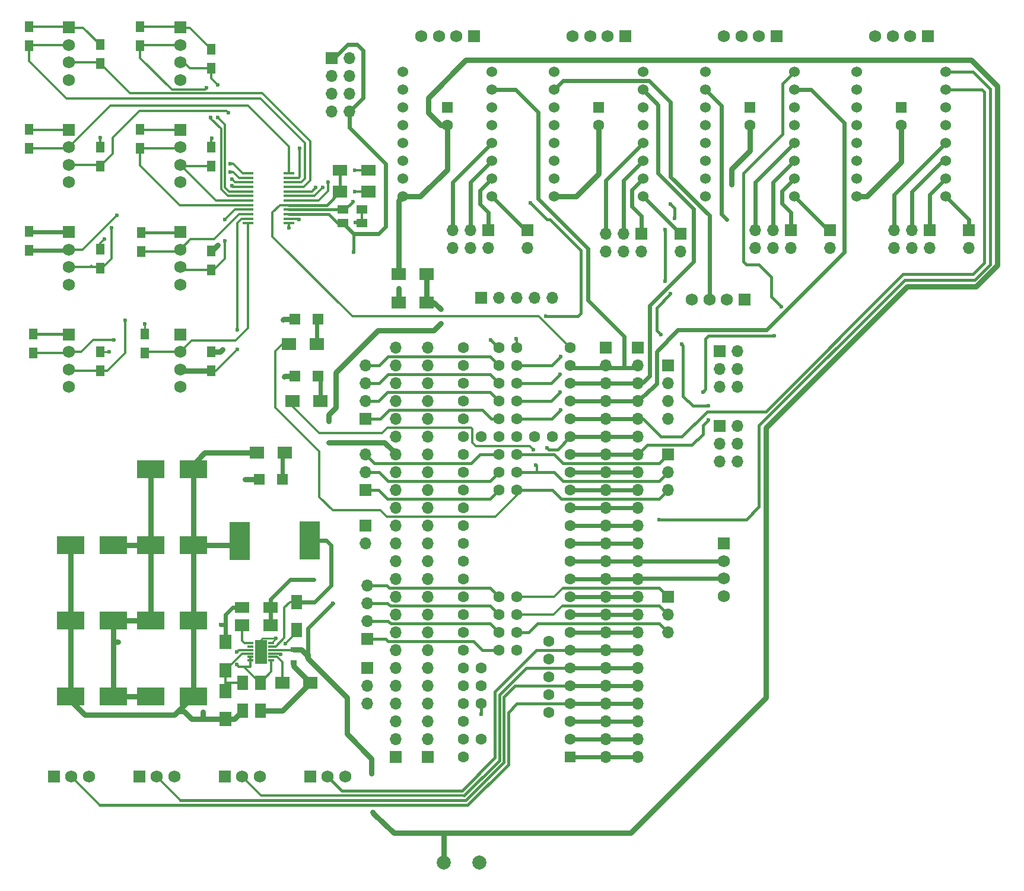
<source format=gbr>
G04 #@! TF.FileFunction,Copper,L1,Top,Signal*
%FSLAX46Y46*%
G04 Gerber Fmt 4.6, Leading zero omitted, Abs format (unit mm)*
G04 Created by KiCad (PCBNEW 4.0.7-e2-6376~61~ubuntu18.04.1) date Fri Mar 15 16:23:44 2019*
%MOMM*%
%LPD*%
G01*
G04 APERTURE LIST*
%ADD10C,0.100000*%
%ADD11R,2.000000X1.600000*%
%ADD12R,1.600000X2.000000*%
%ADD13R,4.000000X2.500000*%
%ADD14R,1.600000X1.600000*%
%ADD15C,1.600000*%
%ADD16R,1.500000X1.500000*%
%ADD17R,1.700000X1.700000*%
%ADD18O,1.700000X1.700000*%
%ADD19R,2.000000X1.700000*%
%ADD20R,1.700000X2.000000*%
%ADD21R,0.914400X0.304800*%
%ADD22R,1.803400X3.403600*%
%ADD23C,1.524000*%
%ADD24R,2.900000X5.400000*%
%ADD25R,3.000000X5.500000*%
%ADD26R,1.300000X1.500000*%
%ADD27R,1.500000X1.300000*%
%ADD28R,1.500000X0.450000*%
%ADD29R,1.750000X1.750000*%
%ADD30C,1.750000*%
%ADD31R,0.900000X0.800000*%
%ADD32C,2.000000*%
%ADD33C,0.600000*%
%ADD34C,0.750000*%
%ADD35C,0.600000*%
%ADD36C,0.250000*%
%ADD37C,0.300000*%
%ADD38C,0.350000*%
%ADD39C,0.400000*%
G04 APERTURE END LIST*
D10*
D11*
X74658500Y-59163500D03*
X78658500Y-59163500D03*
X64688500Y-121520500D03*
X60688500Y-121520500D03*
D12*
X68403500Y-124790500D03*
X68403500Y-120790500D03*
X63260000Y-132284000D03*
X63260000Y-136284000D03*
X60720000Y-136284000D03*
X60720000Y-132284000D03*
D13*
X36143500Y-134220500D03*
X42243500Y-134220500D03*
X53673500Y-123425500D03*
X47573500Y-123425500D03*
X53673500Y-134220500D03*
X47573500Y-134220500D03*
X36143500Y-123425500D03*
X42243500Y-123425500D03*
X36143500Y-112630500D03*
X42243500Y-112630500D03*
X53673500Y-112630500D03*
X47573500Y-112630500D03*
X53673500Y-101835500D03*
X47573500Y-101835500D03*
D14*
X154700000Y-50210000D03*
D15*
X154700000Y-52710000D03*
D14*
X111520000Y-50210000D03*
D15*
X111520000Y-52710000D03*
D14*
X89930000Y-50210000D03*
D15*
X89930000Y-52710000D03*
D14*
X133110000Y-50210000D03*
D15*
X133110000Y-52710000D03*
D16*
X66434000Y-103296000D03*
X63134000Y-103296000D03*
X71514000Y-80436000D03*
X68214000Y-80436000D03*
X71514000Y-88564000D03*
X68214000Y-88564000D03*
D17*
X128792000Y-95676000D03*
D18*
X131332000Y-95676000D03*
X128792000Y-98216000D03*
X131332000Y-98216000D03*
X128792000Y-100756000D03*
X131332000Y-100756000D03*
D17*
X128792000Y-85008000D03*
D18*
X131332000Y-85008000D03*
X128792000Y-87548000D03*
X131332000Y-87548000D03*
X128792000Y-90088000D03*
X131332000Y-90088000D03*
D17*
X78246000Y-109900000D03*
D18*
X78246000Y-112440000D03*
D17*
X94756000Y-77388000D03*
D18*
X97296000Y-77388000D03*
X99836000Y-77388000D03*
X102376000Y-77388000D03*
X104916000Y-77388000D03*
D17*
X78246000Y-104820000D03*
D18*
X78246000Y-102280000D03*
X78246000Y-99740000D03*
D17*
X121426000Y-120060000D03*
D18*
X121426000Y-122600000D03*
X121426000Y-125140000D03*
D17*
X78500000Y-130220000D03*
D18*
X78500000Y-132760000D03*
X78500000Y-135300000D03*
D17*
X78500000Y-126029000D03*
D18*
X78500000Y-123489000D03*
X78500000Y-120949000D03*
X78500000Y-118409000D03*
D17*
X121426000Y-99740000D03*
D18*
X121426000Y-102280000D03*
X121426000Y-104820000D03*
D17*
X78246000Y-94660000D03*
D18*
X78246000Y-92120000D03*
X78246000Y-89580000D03*
X78246000Y-87040000D03*
D17*
X121426000Y-87040000D03*
D18*
X121426000Y-89580000D03*
X121426000Y-92120000D03*
X121426000Y-94660000D03*
D17*
X158764000Y-67736000D03*
D18*
X158764000Y-70276000D03*
X156224000Y-67736000D03*
X156224000Y-70276000D03*
X153684000Y-67736000D03*
X153684000Y-70276000D03*
D17*
X138952000Y-67736000D03*
D18*
X138952000Y-70276000D03*
X136412000Y-67736000D03*
X136412000Y-70276000D03*
X133872000Y-67736000D03*
X133872000Y-70276000D03*
D17*
X117616000Y-68244000D03*
D18*
X117616000Y-70784000D03*
X115076000Y-68244000D03*
X115076000Y-70784000D03*
X112536000Y-68244000D03*
X112536000Y-70784000D03*
D17*
X95772000Y-67736000D03*
D18*
X95772000Y-70276000D03*
X93232000Y-67736000D03*
X93232000Y-70276000D03*
X90692000Y-67736000D03*
X90692000Y-70276000D03*
D17*
X164352000Y-67736000D03*
D18*
X164352000Y-70276000D03*
D17*
X144540000Y-67736000D03*
D18*
X144540000Y-70276000D03*
D17*
X123204000Y-68244000D03*
D18*
X123204000Y-70784000D03*
D17*
X101360000Y-67736000D03*
D18*
X101360000Y-70276000D03*
D19*
X62784000Y-99486000D03*
X66784000Y-99486000D03*
X78658500Y-62211500D03*
X74658500Y-62211500D03*
X60688500Y-124060500D03*
X64688500Y-124060500D03*
X66403500Y-132315500D03*
X70403500Y-132315500D03*
D20*
X58243500Y-137490500D03*
X58243500Y-133490500D03*
X58243500Y-130505500D03*
X58243500Y-126505500D03*
D19*
X67356000Y-83992000D03*
X71356000Y-83992000D03*
X67864000Y-92120000D03*
X71864000Y-92120000D03*
D21*
X64822100Y-129120500D03*
X64822100Y-128620500D03*
X64822100Y-128120500D03*
X64822100Y-127620500D03*
X64822100Y-127120500D03*
X64822100Y-126620500D03*
X61824900Y-126620500D03*
X61824900Y-127120500D03*
X61824900Y-127620500D03*
X61824900Y-128120500D03*
X61824900Y-128620500D03*
X61824900Y-129120500D03*
D22*
X63323500Y-127870500D03*
D15*
X107456000Y-102280000D03*
X107456000Y-99740000D03*
X107456000Y-97200000D03*
X107456000Y-94660000D03*
X107456000Y-104820000D03*
X107456000Y-107360000D03*
X107456000Y-109900000D03*
X107456000Y-92120000D03*
X107456000Y-89580000D03*
X107456000Y-87040000D03*
X107456000Y-84500000D03*
X104916000Y-97200000D03*
X102376000Y-97200000D03*
X99836000Y-97200000D03*
X97296000Y-97200000D03*
X94756000Y-97200000D03*
X92216000Y-84500000D03*
X92216000Y-87040000D03*
X92216000Y-89580000D03*
X92216000Y-92120000D03*
X92216000Y-94660000D03*
X92216000Y-97200000D03*
X92216000Y-99740000D03*
X92216000Y-102280000D03*
X107456000Y-112440000D03*
X107456000Y-114980000D03*
X107456000Y-117520000D03*
X107456000Y-120060000D03*
X107456000Y-122600000D03*
X107456000Y-125140000D03*
X107456000Y-127680000D03*
X107456000Y-130220000D03*
X107456000Y-132760000D03*
X107456000Y-135300000D03*
X107456000Y-137840000D03*
X107456000Y-140380000D03*
D14*
X107456000Y-142920000D03*
D15*
X92216000Y-104820000D03*
X92216000Y-107360000D03*
X92216000Y-109900000D03*
X92216000Y-112440000D03*
X92216000Y-114980000D03*
X92216000Y-117520000D03*
X92216000Y-120060000D03*
X92216000Y-122600000D03*
X92216000Y-125140000D03*
X92216000Y-127680000D03*
X92216000Y-130220000D03*
X92216000Y-132760000D03*
X92216000Y-135300000D03*
X92216000Y-137840000D03*
X92216000Y-140380000D03*
X92216000Y-142920000D03*
X94756000Y-140380000D03*
X94756000Y-135300000D03*
X94756000Y-132760000D03*
X94756000Y-130220000D03*
X99836000Y-127680000D03*
X99836000Y-125140000D03*
X99836000Y-122600000D03*
X99836000Y-120060000D03*
X99836000Y-104820000D03*
X99836000Y-102280000D03*
X99836000Y-99740000D03*
X99836000Y-94660000D03*
X99836000Y-92120000D03*
X99836000Y-89580000D03*
X99836000Y-87040000D03*
X99836000Y-84500000D03*
X97296000Y-84500000D03*
X97296000Y-87040000D03*
X97296000Y-89580000D03*
X97296000Y-92120000D03*
X97296000Y-94660000D03*
X97296000Y-99740000D03*
X97296000Y-102280000D03*
X97296000Y-104820000D03*
X97296000Y-120060000D03*
X97296000Y-122600000D03*
X97296000Y-125140000D03*
X97296000Y-127680000D03*
X104456000Y-136570000D03*
X104456000Y-134030000D03*
X104456000Y-131490000D03*
X104456000Y-128950000D03*
X104456000Y-126410000D03*
D23*
X161050000Y-62910000D03*
X148350000Y-45130000D03*
X161050000Y-60370000D03*
X161050000Y-57830000D03*
X161050000Y-55290000D03*
X161050000Y-52750000D03*
X161050000Y-50210000D03*
X161050000Y-47670000D03*
X161050000Y-45130000D03*
X148350000Y-47670000D03*
X148350000Y-50210000D03*
X148350000Y-52750000D03*
X148350000Y-55290000D03*
X148350000Y-57830000D03*
X148350000Y-60370000D03*
X148350000Y-62910000D03*
X139460000Y-62910000D03*
X126760000Y-45130000D03*
X139460000Y-60370000D03*
X139460000Y-57830000D03*
X139460000Y-55290000D03*
X139460000Y-52750000D03*
X139460000Y-50210000D03*
X139460000Y-47670000D03*
X139460000Y-45130000D03*
X126760000Y-47670000D03*
X126760000Y-50210000D03*
X126760000Y-52750000D03*
X126760000Y-55290000D03*
X126760000Y-57830000D03*
X126760000Y-60370000D03*
X126760000Y-62910000D03*
X117870000Y-62910000D03*
X105170000Y-45130000D03*
X117870000Y-60370000D03*
X117870000Y-57830000D03*
X117870000Y-55290000D03*
X117870000Y-52750000D03*
X117870000Y-50210000D03*
X117870000Y-47670000D03*
X117870000Y-45130000D03*
X105170000Y-47670000D03*
X105170000Y-50210000D03*
X105170000Y-52750000D03*
X105170000Y-55290000D03*
X105170000Y-57830000D03*
X105170000Y-60370000D03*
X105170000Y-62910000D03*
X96280000Y-62910000D03*
X83580000Y-45130000D03*
X96280000Y-60370000D03*
X96280000Y-57830000D03*
X96280000Y-55290000D03*
X96280000Y-52750000D03*
X96280000Y-50210000D03*
X96280000Y-47670000D03*
X96280000Y-45130000D03*
X83580000Y-47670000D03*
X83580000Y-50210000D03*
X83580000Y-52750000D03*
X83580000Y-55290000D03*
X83580000Y-57830000D03*
X83580000Y-60370000D03*
X83580000Y-62910000D03*
D17*
X87136000Y-142920000D03*
D18*
X87136000Y-140380000D03*
X87136000Y-137840000D03*
X87136000Y-135300000D03*
X87136000Y-132760000D03*
X87136000Y-130220000D03*
X87136000Y-127680000D03*
X87136000Y-125140000D03*
X87136000Y-122600000D03*
X87136000Y-120060000D03*
X87136000Y-117520000D03*
X87136000Y-114980000D03*
X87136000Y-112440000D03*
X87136000Y-109900000D03*
X87136000Y-107360000D03*
X87136000Y-104820000D03*
X87136000Y-102280000D03*
X87136000Y-99740000D03*
X87136000Y-97200000D03*
X87136000Y-94660000D03*
X87136000Y-92120000D03*
X87136000Y-89580000D03*
X87136000Y-87040000D03*
X87136000Y-84500000D03*
D17*
X82564000Y-142920000D03*
D18*
X82564000Y-140380000D03*
X82564000Y-137840000D03*
X82564000Y-135300000D03*
X82564000Y-132760000D03*
X82564000Y-130220000D03*
X82564000Y-127680000D03*
X82564000Y-125140000D03*
X82564000Y-122600000D03*
X82564000Y-120060000D03*
X82564000Y-117520000D03*
X82564000Y-114980000D03*
X82564000Y-112440000D03*
X82564000Y-109900000D03*
X82564000Y-107360000D03*
X82564000Y-104820000D03*
X82564000Y-102280000D03*
X82564000Y-99740000D03*
X82564000Y-97200000D03*
X82564000Y-94660000D03*
X82564000Y-92120000D03*
X82564000Y-89580000D03*
X82564000Y-87040000D03*
X82564000Y-84500000D03*
D17*
X117108000Y-84500000D03*
D18*
X117108000Y-87040000D03*
X117108000Y-89580000D03*
X117108000Y-92120000D03*
X117108000Y-94660000D03*
X117108000Y-97200000D03*
X117108000Y-99740000D03*
X117108000Y-102280000D03*
X117108000Y-104820000D03*
X117108000Y-107360000D03*
X117108000Y-109900000D03*
X117108000Y-112440000D03*
X117108000Y-114980000D03*
X117108000Y-117520000D03*
X117108000Y-120060000D03*
X117108000Y-122600000D03*
X117108000Y-125140000D03*
X117108000Y-127680000D03*
X117108000Y-130220000D03*
X117108000Y-132760000D03*
X117108000Y-135300000D03*
X117108000Y-137840000D03*
X117108000Y-140380000D03*
X117108000Y-142920000D03*
D17*
X112536000Y-84500000D03*
D18*
X112536000Y-87040000D03*
X112536000Y-89580000D03*
X112536000Y-92120000D03*
X112536000Y-94660000D03*
X112536000Y-97200000D03*
X112536000Y-99740000D03*
X112536000Y-102280000D03*
X112536000Y-104820000D03*
X112536000Y-107360000D03*
X112536000Y-109900000D03*
X112536000Y-112440000D03*
X112536000Y-114980000D03*
X112536000Y-117520000D03*
X112536000Y-120060000D03*
X112536000Y-122600000D03*
X112536000Y-125140000D03*
X112536000Y-127680000D03*
X112536000Y-130220000D03*
X112536000Y-132760000D03*
X112536000Y-135300000D03*
X112536000Y-137840000D03*
X112536000Y-140380000D03*
X112536000Y-142920000D03*
D24*
X70308500Y-111995500D03*
D25*
X60300900Y-112045500D03*
D26*
X46750000Y-82515000D03*
X46750000Y-85215000D03*
X56275000Y-85055000D03*
X56275000Y-87755000D03*
X46242000Y-68037000D03*
X46242000Y-70737000D03*
X56211500Y-70704000D03*
X56211500Y-73404000D03*
X46115000Y-53305000D03*
X46115000Y-56005000D03*
X56275000Y-55845000D03*
X56275000Y-58545000D03*
X46115000Y-38700000D03*
X46115000Y-41400000D03*
X56275000Y-41875000D03*
X56275000Y-44575000D03*
X30875000Y-82515000D03*
X30875000Y-85215000D03*
X40400000Y-85055000D03*
X40400000Y-87755000D03*
X30240000Y-67910000D03*
X30240000Y-70610000D03*
X40400000Y-70450000D03*
X40400000Y-73150000D03*
X30240000Y-53305000D03*
X30240000Y-56005000D03*
X40400000Y-55845000D03*
X40400000Y-58545000D03*
X30240000Y-38700000D03*
X30240000Y-41400000D03*
X40400000Y-41240000D03*
X40400000Y-43940000D03*
D27*
X75054500Y-66656500D03*
X77754500Y-66656500D03*
X75054500Y-64751500D03*
X77754500Y-64751500D03*
D28*
X67324000Y-66720000D03*
X67324000Y-66070000D03*
X67324000Y-65420000D03*
X67324000Y-64770000D03*
X67324000Y-64120000D03*
X67324000Y-63470000D03*
X67324000Y-62820000D03*
X67324000Y-62170000D03*
X67324000Y-61520000D03*
X67324000Y-60870000D03*
X67324000Y-60220000D03*
X67324000Y-59570000D03*
X61524000Y-59570000D03*
X61524000Y-60220000D03*
X61524000Y-60870000D03*
X61524000Y-61520000D03*
X61524000Y-62170000D03*
X61524000Y-62820000D03*
X61524000Y-63470000D03*
X61524000Y-64120000D03*
X61524000Y-64770000D03*
X61524000Y-65420000D03*
X61524000Y-66070000D03*
X61524000Y-66720000D03*
D29*
X33796000Y-145714000D03*
D30*
X36296000Y-145714000D03*
X38796000Y-145714000D03*
D29*
X45988000Y-145714000D03*
D30*
X48488000Y-145714000D03*
X50988000Y-145714000D03*
D29*
X58180000Y-145714000D03*
D30*
X60680000Y-145714000D03*
X63180000Y-145714000D03*
D29*
X132348000Y-77642000D03*
D30*
X129848000Y-77642000D03*
X127348000Y-77642000D03*
X124848000Y-77642000D03*
D29*
X70372000Y-145714000D03*
D30*
X72872000Y-145714000D03*
X75372000Y-145714000D03*
D29*
X35955000Y-38780000D03*
D30*
X35955000Y-41280000D03*
X35955000Y-43780000D03*
X35955000Y-46280000D03*
D29*
X35955000Y-53385000D03*
D30*
X35955000Y-55885000D03*
X35955000Y-58385000D03*
X35955000Y-60885000D03*
D29*
X35955000Y-67990000D03*
D30*
X35955000Y-70490000D03*
X35955000Y-72990000D03*
X35955000Y-75490000D03*
D29*
X35955000Y-82595000D03*
D30*
X35955000Y-85095000D03*
X35955000Y-87595000D03*
X35955000Y-90095000D03*
D29*
X51830000Y-82595000D03*
D30*
X51830000Y-85095000D03*
X51830000Y-87595000D03*
X51830000Y-90095000D03*
D29*
X51830000Y-67990000D03*
D30*
X51830000Y-70490000D03*
X51830000Y-72990000D03*
X51830000Y-75490000D03*
D29*
X51830000Y-53385000D03*
D30*
X51830000Y-55885000D03*
X51830000Y-58385000D03*
X51830000Y-60885000D03*
D29*
X51830000Y-38780000D03*
D30*
X51830000Y-41280000D03*
X51830000Y-43780000D03*
X51830000Y-46280000D03*
D29*
X129427000Y-112440000D03*
D30*
X129427000Y-114940000D03*
X129427000Y-117440000D03*
X129427000Y-119940000D03*
D17*
X73420000Y-43161500D03*
D18*
X75960000Y-43161500D03*
X73420000Y-45701500D03*
X75960000Y-45701500D03*
X73420000Y-48241500D03*
X75960000Y-48241500D03*
X73420000Y-50781500D03*
X75960000Y-50781500D03*
D29*
X158510000Y-40050000D03*
D30*
X156010000Y-40050000D03*
X153510000Y-40050000D03*
X151010000Y-40050000D03*
D29*
X136920000Y-40050000D03*
D30*
X134420000Y-40050000D03*
X131920000Y-40050000D03*
X129420000Y-40050000D03*
D29*
X115330000Y-40050000D03*
D30*
X112830000Y-40050000D03*
X110330000Y-40050000D03*
X107830000Y-40050000D03*
D29*
X93740000Y-40050000D03*
D30*
X91240000Y-40050000D03*
X88740000Y-40050000D03*
X86240000Y-40050000D03*
D31*
X68038500Y-127555500D03*
X68038500Y-129455500D03*
X70038500Y-128505500D03*
D19*
X83000000Y-74000000D03*
X87000000Y-74000000D03*
X87000000Y-78000000D03*
X83000000Y-78000000D03*
D32*
X89460000Y-158000000D03*
X94540000Y-158000000D03*
D33*
X83000000Y-76000000D03*
X57600000Y-124000000D03*
X65500000Y-126000000D03*
X99800000Y-83200000D03*
X43000000Y-126500000D03*
X76700000Y-59200000D03*
X68800000Y-66200000D03*
X66500000Y-80500000D03*
X66700000Y-88600000D03*
X61100000Y-103300000D03*
X67659500Y-135059500D03*
X96100000Y-83400000D03*
X41000000Y-69000000D03*
X46800000Y-81100000D03*
X41700000Y-85100000D03*
X76800000Y-66600000D03*
X76700000Y-62200000D03*
X40400000Y-54500000D03*
X56300000Y-54600000D03*
X67300000Y-67400000D03*
X57200000Y-69800000D03*
X57900000Y-84700000D03*
X55100000Y-136500000D03*
X58688000Y-50972000D03*
X68848000Y-56052000D03*
X59000000Y-58200000D03*
X42000000Y-67400000D03*
X59000000Y-59400000D03*
X42800000Y-65600000D03*
X59200000Y-60400000D03*
X44000000Y-80600000D03*
X42400000Y-83400000D03*
X59200000Y-61400000D03*
X57200000Y-47000000D03*
X57200000Y-51600000D03*
X55600000Y-47400000D03*
X56200000Y-51600000D03*
X58180000Y-69260000D03*
X58180000Y-66212000D03*
X59958000Y-84754000D03*
X59958000Y-81960000D03*
X130500000Y-61200000D03*
X73600000Y-121000000D03*
X70900000Y-117600000D03*
X79262000Y-150794000D03*
X79135000Y-145269500D03*
X66816000Y-126727500D03*
X66181000Y-128251500D03*
X59894500Y-129712000D03*
X59894500Y-127934000D03*
X76600000Y-70800000D03*
X106059000Y-88310000D03*
X106122500Y-85770000D03*
X106059000Y-90850000D03*
X71134000Y-61640000D03*
X72150000Y-61640000D03*
X72912000Y-60878000D03*
X73000000Y-98000000D03*
X73000000Y-95000000D03*
X89000000Y-81000000D03*
X89000000Y-79000000D03*
X76468000Y-63608500D03*
X101800000Y-63800000D03*
X104200000Y-98800000D03*
X104000000Y-80000000D03*
X127200000Y-94800000D03*
X127200000Y-92800000D03*
X121800000Y-64000000D03*
X122400000Y-66000000D03*
X121000000Y-67600000D03*
X121000000Y-75000000D03*
X121800000Y-76800000D03*
X120400000Y-82600000D03*
X123400000Y-84000000D03*
X137600000Y-78600000D03*
X136600000Y-82800000D03*
X126400000Y-90800000D03*
X120200000Y-109000000D03*
X94756000Y-136760500D03*
X102200000Y-99000000D03*
X102600000Y-101200000D03*
X106122500Y-93390000D03*
X129808000Y-66212000D03*
D34*
X83000000Y-78000000D02*
X83000000Y-76000000D01*
D35*
X58243500Y-124000000D02*
X57600000Y-124000000D01*
X60688500Y-121520500D02*
X59279500Y-121520500D01*
X58243500Y-122556500D02*
X58243500Y-124000000D01*
X58243500Y-124000000D02*
X58243500Y-126505500D01*
X59279500Y-121520500D02*
X58243500Y-122556500D01*
D36*
X63323500Y-127870500D02*
X63323500Y-126176500D01*
X63323500Y-126176500D02*
X63500000Y-126000000D01*
X63500000Y-126000000D02*
X65500000Y-126000000D01*
X64822100Y-126620500D02*
X64879500Y-126620500D01*
X64879500Y-126620500D02*
X65500000Y-126000000D01*
D37*
X99836000Y-84500000D02*
X99836000Y-83236000D01*
X99836000Y-83236000D02*
X99800000Y-83200000D01*
D34*
X42243500Y-126500000D02*
X43000000Y-126500000D01*
D38*
X78658500Y-59163500D02*
X76736500Y-59163500D01*
X76736500Y-59163500D02*
X76700000Y-59200000D01*
X67324000Y-66070000D02*
X68670000Y-66070000D01*
X68670000Y-66070000D02*
X68800000Y-66200000D01*
D34*
X68214000Y-80436000D02*
X66564000Y-80436000D01*
X66564000Y-80436000D02*
X66500000Y-80500000D01*
X68214000Y-88564000D02*
X66736000Y-88564000D01*
X66736000Y-88564000D02*
X66700000Y-88600000D01*
X63134000Y-103296000D02*
X61104000Y-103296000D01*
X61104000Y-103296000D02*
X61100000Y-103300000D01*
X42243500Y-112630500D02*
X47573500Y-112630500D01*
X47573500Y-112630500D02*
X47573500Y-101835500D01*
X47573500Y-123425500D02*
X47573500Y-112630500D01*
X47573500Y-123425500D02*
X42243500Y-123425500D01*
X42243500Y-134220500D02*
X42243500Y-126500000D01*
X42243500Y-126500000D02*
X42243500Y-123425500D01*
X47573500Y-134220500D02*
X42243500Y-134220500D01*
X63260000Y-136284000D02*
X66435000Y-136284000D01*
X66435000Y-136284000D02*
X67659500Y-135059500D01*
X67659500Y-135059500D02*
X70403500Y-132315500D01*
X68038500Y-129455500D02*
X68038500Y-129950500D01*
X68038500Y-129950500D02*
X70403500Y-132315500D01*
D35*
X117108000Y-142920000D02*
X107456000Y-142920000D01*
X35955000Y-67990000D02*
X30320000Y-67990000D01*
X30320000Y-67990000D02*
X30240000Y-67910000D01*
X36143500Y-134220500D02*
X36143500Y-123425500D01*
D39*
X97296000Y-84500000D02*
X97200000Y-84500000D01*
X97200000Y-84500000D02*
X96100000Y-83400000D01*
X46242000Y-68037000D02*
X51783000Y-68037000D01*
X51783000Y-68037000D02*
X51830000Y-67990000D01*
D38*
X40400000Y-70450000D02*
X40400000Y-69600000D01*
X40400000Y-69600000D02*
X41000000Y-69000000D01*
D39*
X30240000Y-67910000D02*
X35875000Y-67910000D01*
X35875000Y-67910000D02*
X35955000Y-67990000D01*
X30875000Y-82515000D02*
X35875000Y-82515000D01*
X35875000Y-82515000D02*
X35955000Y-82595000D01*
D36*
X46750000Y-82515000D02*
X46750000Y-81150000D01*
X46750000Y-81150000D02*
X46800000Y-81100000D01*
X40400000Y-85055000D02*
X41655000Y-85055000D01*
X41655000Y-85055000D02*
X41700000Y-85100000D01*
D37*
X97296000Y-84500000D02*
X96800000Y-84500000D01*
X77754500Y-64751500D02*
X77754500Y-66656500D01*
X77754500Y-66656500D02*
X76856500Y-66656500D01*
X76856500Y-66656500D02*
X76800000Y-66600000D01*
D38*
X78658500Y-62211500D02*
X76711500Y-62211500D01*
X76711500Y-62211500D02*
X76700000Y-62200000D01*
X46115000Y-38700000D02*
X51750000Y-38700000D01*
X51750000Y-38700000D02*
X51850000Y-38800000D01*
X51850000Y-38800000D02*
X53200000Y-38800000D01*
X53200000Y-38800000D02*
X56275000Y-41875000D01*
X30240000Y-38700000D02*
X35875000Y-38700000D01*
X35875000Y-38700000D02*
X35975000Y-38800000D01*
X35975000Y-38800000D02*
X37960000Y-38800000D01*
X37960000Y-38800000D02*
X40400000Y-41240000D01*
X35955000Y-53385000D02*
X30320000Y-53385000D01*
X30320000Y-53385000D02*
X30240000Y-53305000D01*
X40400000Y-55845000D02*
X40400000Y-54500000D01*
X35875000Y-53305000D02*
X35955000Y-53385000D01*
X51830000Y-53385000D02*
X49400000Y-53385000D01*
X49400000Y-53385000D02*
X46195000Y-53385000D01*
X46195000Y-53385000D02*
X46115000Y-53305000D01*
X56275000Y-55845000D02*
X56275000Y-54625000D01*
X56275000Y-54625000D02*
X56300000Y-54600000D01*
X67324000Y-66720000D02*
X67324000Y-67376000D01*
X67324000Y-67376000D02*
X67300000Y-67400000D01*
D34*
X56211500Y-70704000D02*
X56296000Y-70704000D01*
X56296000Y-70704000D02*
X57200000Y-69800000D01*
X56275000Y-85055000D02*
X57545000Y-85055000D01*
X57545000Y-85055000D02*
X57900000Y-84700000D01*
X53673500Y-101835500D02*
X53673500Y-101126500D01*
X53673500Y-101126500D02*
X55314000Y-99486000D01*
X55314000Y-99486000D02*
X62784000Y-99486000D01*
X53673500Y-112630500D02*
X59715900Y-112630500D01*
X59715900Y-112630500D02*
X60300900Y-112045500D01*
X55100000Y-137490500D02*
X55100000Y-136500000D01*
X58243500Y-137490500D02*
X59513500Y-137490500D01*
X59513500Y-137490500D02*
X60720000Y-136284000D01*
X51497000Y-136397000D02*
X52397000Y-136397000D01*
X52397000Y-136397000D02*
X53490500Y-137490500D01*
X53490500Y-137490500D02*
X55100000Y-137490500D01*
X55100000Y-137490500D02*
X58243500Y-137490500D01*
X36143500Y-134220500D02*
X36143500Y-134843500D01*
X36143500Y-134843500D02*
X38200000Y-136900000D01*
X50994000Y-136900000D02*
X51497000Y-136397000D01*
X51497000Y-136397000D02*
X53673500Y-134220500D01*
X38200000Y-136900000D02*
X50994000Y-136900000D01*
X36143500Y-112630500D02*
X36143500Y-134220500D01*
X53673500Y-134220500D02*
X53673500Y-123425500D01*
X53673500Y-123425500D02*
X53673500Y-112630500D01*
X53673500Y-112630500D02*
X53673500Y-101835500D01*
D35*
X107456000Y-107360000D02*
X112536000Y-107360000D01*
X112536000Y-107360000D02*
X117108000Y-107360000D01*
D36*
X51750000Y-82515000D02*
X51830000Y-82595000D01*
X51750000Y-67910000D02*
X51830000Y-67990000D01*
X35875000Y-82515000D02*
X35955000Y-82595000D01*
X35875000Y-67910000D02*
X35955000Y-67990000D01*
X35875000Y-53305000D02*
X35955000Y-53385000D01*
X35875000Y-38700000D02*
X35955000Y-38780000D01*
X51750000Y-53305000D02*
X51830000Y-53385000D01*
X51750000Y-53305000D02*
X51830000Y-53385000D01*
X51750000Y-38700000D02*
X51830000Y-38780000D01*
D35*
X117108000Y-92120000D02*
X112536000Y-92120000D01*
X112536000Y-92120000D02*
X107456000Y-92120000D01*
X139460000Y-47670000D02*
X141873000Y-47670000D01*
X119838500Y-89643500D02*
X117108000Y-92120000D01*
X119838500Y-85071500D02*
X119838500Y-89643500D01*
X122759500Y-81896500D02*
X119838500Y-85071500D01*
X135523000Y-81896500D02*
X122759500Y-81896500D01*
X146572000Y-70847500D02*
X135523000Y-81896500D01*
X146572000Y-52369000D02*
X146572000Y-70847500D01*
X141873000Y-47670000D02*
X146572000Y-52369000D01*
D36*
X117108000Y-89580000D02*
X117743000Y-89580000D01*
D35*
X117743000Y-89580000D02*
X118822500Y-88500500D01*
X120029000Y-49829000D02*
X117870000Y-47670000D01*
X120029000Y-59608000D02*
X120029000Y-49829000D01*
X125109000Y-64688000D02*
X120029000Y-59608000D01*
X125109000Y-72181000D02*
X125109000Y-64688000D01*
X118822500Y-78467500D02*
X125109000Y-72181000D01*
X118822500Y-88500500D02*
X118822500Y-78467500D01*
X112536000Y-89580000D02*
X117108000Y-89580000D01*
X107456000Y-89580000D02*
X112536000Y-89580000D01*
X107456000Y-120060000D02*
X112536000Y-120060000D01*
X107456000Y-120060000D02*
X117108000Y-120060000D01*
X107456000Y-122600000D02*
X112536000Y-122600000D01*
X107456000Y-122600000D02*
X117108000Y-122600000D01*
X112536000Y-125140000D02*
X117108000Y-125140000D01*
X107456000Y-125140000D02*
X112536000Y-125140000D01*
X70308500Y-111995500D02*
X72658000Y-111995500D01*
X70975000Y-120790500D02*
X68403500Y-120790500D01*
X73356500Y-118409000D02*
X70975000Y-120790500D01*
X73356500Y-112694000D02*
X73356500Y-118409000D01*
X72658000Y-111995500D02*
X73356500Y-112694000D01*
D37*
X64822100Y-127120500D02*
X65470500Y-127120500D01*
X67482500Y-120790500D02*
X68403500Y-120790500D01*
X66689000Y-121584000D02*
X67482500Y-120790500D01*
X66689000Y-125902000D02*
X66689000Y-121584000D01*
X65470500Y-127120500D02*
X66689000Y-125902000D01*
D38*
X67324000Y-61520000D02*
X69476000Y-61520000D01*
X44638000Y-48178000D02*
X40240000Y-43780000D01*
X63514000Y-48178000D02*
X44638000Y-48178000D01*
X70372000Y-55036000D02*
X63514000Y-48178000D01*
X70372000Y-60624000D02*
X70372000Y-55036000D01*
X69476000Y-61520000D02*
X70372000Y-60624000D01*
X40240000Y-43780000D02*
X35955000Y-43780000D01*
D36*
X36115000Y-43940000D02*
X35955000Y-43780000D01*
D38*
X35955000Y-41280000D02*
X30360000Y-41280000D01*
X30360000Y-41280000D02*
X30240000Y-41400000D01*
X67324000Y-60870000D02*
X69110000Y-60870000D01*
X30240000Y-43606000D02*
X30240000Y-41400000D01*
X35574000Y-48940000D02*
X30240000Y-43606000D01*
X63260000Y-48940000D02*
X35574000Y-48940000D01*
X69610000Y-55290000D02*
X63260000Y-48940000D01*
X69610000Y-60370000D02*
X69610000Y-55290000D01*
X69110000Y-60870000D02*
X69610000Y-60370000D01*
D36*
X35835000Y-41400000D02*
X35955000Y-41280000D01*
D38*
X67324000Y-60220000D02*
X68744000Y-60220000D01*
X42178000Y-56767000D02*
X40560000Y-58385000D01*
X42178000Y-54528000D02*
X42178000Y-56767000D01*
X45988000Y-50718000D02*
X42178000Y-54528000D01*
X58434000Y-50718000D02*
X45988000Y-50718000D01*
X58688000Y-50972000D02*
X58434000Y-50718000D01*
X68848000Y-60116000D02*
X68848000Y-56052000D01*
X68744000Y-60220000D02*
X68848000Y-60116000D01*
X40560000Y-58385000D02*
X35955000Y-58385000D01*
D36*
X40607000Y-58545000D02*
X40400000Y-58545000D01*
X36115000Y-58545000D02*
X35955000Y-58385000D01*
D38*
X30240000Y-56005000D02*
X35835000Y-56005000D01*
X35835000Y-56005000D02*
X35955000Y-55885000D01*
X67324000Y-59570000D02*
X67324000Y-55798000D01*
X41884000Y-49956000D02*
X35955000Y-55885000D01*
X61482000Y-49956000D02*
X41884000Y-49956000D01*
X67324000Y-55798000D02*
X61482000Y-49956000D01*
D36*
X35835000Y-56005000D02*
X35955000Y-55885000D01*
D38*
X59400000Y-58200000D02*
X60770000Y-59570000D01*
X61524000Y-59570000D02*
X60770000Y-59570000D01*
X59000000Y-58200000D02*
X59400000Y-58200000D01*
X42000000Y-71800000D02*
X40650000Y-73150000D01*
X42000000Y-67400000D02*
X42000000Y-71800000D01*
X40650000Y-73150000D02*
X40400000Y-73150000D01*
X39130000Y-72990000D02*
X39130000Y-72816000D01*
X39130000Y-72816000D02*
X39130000Y-72990000D01*
X40560000Y-72990000D02*
X39130000Y-72990000D01*
X39130000Y-72990000D02*
X35955000Y-72990000D01*
D36*
X36115000Y-73150000D02*
X35955000Y-72990000D01*
D38*
X37910000Y-70490000D02*
X35955000Y-70490000D01*
X60220000Y-60220000D02*
X59400000Y-59400000D01*
X59400000Y-59400000D02*
X59000000Y-59400000D01*
X61524000Y-60220000D02*
X60220000Y-60220000D01*
X42800000Y-65600000D02*
X37910000Y-70490000D01*
D35*
X30240000Y-70610000D02*
X35835000Y-70610000D01*
X35835000Y-70610000D02*
X35955000Y-70490000D01*
D38*
X30360000Y-70490000D02*
X30240000Y-70610000D01*
D36*
X35835000Y-70610000D02*
X35955000Y-70490000D01*
D38*
X59670000Y-60870000D02*
X59200000Y-60400000D01*
X61524000Y-60870000D02*
X59670000Y-60870000D01*
X41445000Y-87755000D02*
X40400000Y-87755000D01*
X44000000Y-85200000D02*
X41445000Y-87755000D01*
X44000000Y-80600000D02*
X44000000Y-85200000D01*
X40400000Y-87755000D02*
X36115000Y-87755000D01*
X36115000Y-87755000D02*
X35955000Y-87595000D01*
D36*
X40240000Y-87595000D02*
X40400000Y-87755000D01*
D38*
X37705000Y-85095000D02*
X35955000Y-85095000D01*
X39400000Y-83400000D02*
X37705000Y-85095000D01*
X42400000Y-83400000D02*
X39400000Y-83400000D01*
X61524000Y-61520000D02*
X59320000Y-61520000D01*
X59320000Y-61520000D02*
X59200000Y-61400000D01*
X35835000Y-85215000D02*
X30875000Y-85215000D01*
D36*
X35835000Y-85215000D02*
X35955000Y-85095000D01*
D38*
X58200000Y-55600000D02*
X58200000Y-52600000D01*
X58770000Y-62170000D02*
X58200000Y-61600000D01*
X58200000Y-61600000D02*
X58200000Y-55600000D01*
X61524000Y-62170000D02*
X58770000Y-62170000D01*
X56275000Y-46075000D02*
X56275000Y-44575000D01*
X57200000Y-47000000D02*
X56275000Y-46075000D01*
X58200000Y-52600000D02*
X57200000Y-51600000D01*
X51830000Y-43780000D02*
X52380000Y-43780000D01*
X52380000Y-43780000D02*
X53175000Y-44575000D01*
X53175000Y-44575000D02*
X56275000Y-44575000D01*
X57649998Y-55600000D02*
X57649998Y-53249998D01*
X58620000Y-62820000D02*
X57649998Y-61849998D01*
X57649998Y-61849998D02*
X57649998Y-55600000D01*
X61524000Y-62820000D02*
X58620000Y-62820000D01*
X46115000Y-43115000D02*
X46115000Y-41400000D01*
X50627998Y-47627998D02*
X46115000Y-43115000D01*
X55372002Y-47627998D02*
X50627998Y-47627998D01*
X55600000Y-47400000D02*
X55372002Y-47627998D01*
X56200000Y-51800000D02*
X56200000Y-51600000D01*
X57649998Y-53249998D02*
X56200000Y-51800000D01*
X51830000Y-41280000D02*
X46235000Y-41280000D01*
X46235000Y-41280000D02*
X46115000Y-41400000D01*
D36*
X51710000Y-41400000D02*
X51830000Y-41280000D01*
D38*
X56275000Y-58545000D02*
X51990000Y-58545000D01*
X51990000Y-58545000D02*
X51830000Y-58385000D01*
X61524000Y-63470000D02*
X56915000Y-63470000D01*
X56915000Y-63470000D02*
X51830000Y-58385000D01*
D36*
X51990000Y-58545000D02*
X51830000Y-58385000D01*
D38*
X46115000Y-56005000D02*
X51710000Y-56005000D01*
X51710000Y-56005000D02*
X51830000Y-55885000D01*
X61524000Y-64120000D02*
X51770000Y-64120000D01*
X46115000Y-58465000D02*
X46115000Y-56005000D01*
X51770000Y-64120000D02*
X46115000Y-58465000D01*
D36*
X51710000Y-56005000D02*
X51830000Y-55885000D01*
D38*
X61524000Y-64770000D02*
X59622000Y-64770000D01*
X58180000Y-71800000D02*
X56576000Y-73404000D01*
X58180000Y-69260000D02*
X58180000Y-71800000D01*
X59622000Y-64770000D02*
X58180000Y-66212000D01*
X56576000Y-73404000D02*
X52244000Y-73404000D01*
X52244000Y-73404000D02*
X51830000Y-72990000D01*
D36*
X52244000Y-73404000D02*
X51830000Y-72990000D01*
D38*
X61524000Y-65420000D02*
X60242000Y-65420000D01*
X53314000Y-69006000D02*
X51583000Y-70737000D01*
X56656000Y-69006000D02*
X53314000Y-69006000D01*
X60242000Y-65420000D02*
X56656000Y-69006000D01*
X51583000Y-70737000D02*
X46242000Y-70737000D01*
D36*
X51583000Y-70737000D02*
X51830000Y-70490000D01*
D34*
X56275000Y-87755000D02*
X51990000Y-87755000D01*
X51990000Y-87755000D02*
X51830000Y-87595000D01*
D38*
X59958000Y-70530000D02*
X59958000Y-81960000D01*
X60608000Y-66070000D02*
X59958000Y-66720000D01*
X59958000Y-66720000D02*
X59958000Y-70530000D01*
X61524000Y-66070000D02*
X60608000Y-66070000D01*
X56957000Y-87755000D02*
X51990000Y-87755000D01*
X59958000Y-84754000D02*
X56957000Y-87755000D01*
X51990000Y-87755000D02*
X51830000Y-87595000D01*
D36*
X51990000Y-87755000D02*
X51830000Y-87595000D01*
D38*
X51830000Y-85095000D02*
X46870000Y-85095000D01*
X46870000Y-85095000D02*
X46750000Y-85215000D01*
X61524000Y-66720000D02*
X61524000Y-81664000D01*
X53441000Y-83484000D02*
X51830000Y-85095000D01*
X59704000Y-83484000D02*
X53441000Y-83484000D01*
X61524000Y-81664000D02*
X59704000Y-83484000D01*
D36*
X51710000Y-85215000D02*
X51830000Y-85095000D01*
D39*
X107456000Y-135300000D02*
X99864502Y-135300000D01*
D38*
X40360000Y-149778000D02*
X36296000Y-145714000D01*
D39*
X92851000Y-149778000D02*
X40360000Y-149778000D01*
X98629500Y-143999500D02*
X92851000Y-149778000D01*
X98629500Y-136535002D02*
X98629500Y-143999500D01*
X99864502Y-135300000D02*
X98629500Y-136535002D01*
D35*
X117108000Y-135300000D02*
X112536000Y-135300000D01*
X107456000Y-135300000D02*
X112536000Y-135300000D01*
D39*
X107456000Y-132760000D02*
X99582000Y-132760000D01*
D38*
X51853500Y-149079500D02*
X48488000Y-145714000D01*
D39*
X92533500Y-149079500D02*
X51853500Y-149079500D01*
X97994500Y-143618500D02*
X92533500Y-149079500D01*
X97994500Y-134347500D02*
X97994500Y-143618500D01*
X99582000Y-132760000D02*
X97994500Y-134347500D01*
D35*
X117108000Y-132760000D02*
X112536000Y-132760000D01*
X112536000Y-132760000D02*
X107456000Y-132760000D01*
D39*
X107456000Y-130220000D02*
X101169500Y-130220000D01*
D38*
X63347000Y-148381000D02*
X60680000Y-145714000D01*
X92343000Y-148381000D02*
X63347000Y-148381000D01*
D39*
X97359500Y-143364500D02*
X92343000Y-148381000D01*
X97359500Y-134030000D02*
X97359500Y-143364500D01*
X101169500Y-130220000D02*
X97359500Y-134030000D01*
D35*
X107456000Y-130220000D02*
X112536000Y-130220000D01*
X112536000Y-130220000D02*
X117108000Y-130220000D01*
D39*
X76531500Y-147682500D02*
X74840500Y-147682500D01*
X102630000Y-127680000D02*
X96724500Y-133585500D01*
X96724500Y-133585500D02*
X96724500Y-142983500D01*
X96724500Y-142983500D02*
X92025500Y-147682500D01*
X92025500Y-147682500D02*
X76531500Y-147682500D01*
X107456000Y-127680000D02*
X102630000Y-127680000D01*
X74840500Y-147682500D02*
X72872000Y-145714000D01*
D38*
X72872000Y-145714000D02*
X72975500Y-145714000D01*
D35*
X112536000Y-127680000D02*
X117108000Y-127680000D01*
X107456000Y-127680000D02*
X112536000Y-127680000D01*
D38*
X67324000Y-64120000D02*
X66080000Y-64120000D01*
X102956000Y-80000000D02*
X107456000Y-84500000D01*
X76400000Y-80000000D02*
X102956000Y-80000000D01*
X65000000Y-68600000D02*
X76400000Y-80000000D01*
X65000000Y-65200000D02*
X65000000Y-68600000D01*
X66080000Y-64120000D02*
X65000000Y-65200000D01*
D39*
X74658500Y-59163500D02*
X74658500Y-62211500D01*
X67324000Y-64120000D02*
X72750000Y-64120000D01*
X72750000Y-64120000D02*
X74658500Y-62211500D01*
D34*
X89460000Y-158000000D02*
X89460000Y-153715000D01*
X83000000Y-74000000D02*
X83000000Y-63490000D01*
X83000000Y-63490000D02*
X83580000Y-62910000D01*
X154700000Y-52710000D02*
X154700000Y-58000000D01*
X149790000Y-62910000D02*
X148350000Y-62910000D01*
X154700000Y-58000000D02*
X149790000Y-62910000D01*
X133110000Y-52710000D02*
X133110000Y-56390000D01*
X130500000Y-59000000D02*
X130500000Y-61200000D01*
X133110000Y-56390000D02*
X130500000Y-59000000D01*
X105170000Y-62910000D02*
X108290000Y-62910000D01*
X111520000Y-59680000D02*
X111520000Y-52710000D01*
X108290000Y-62910000D02*
X111520000Y-59680000D01*
X83580000Y-62910000D02*
X86090000Y-62910000D01*
X89930000Y-59070000D02*
X89930000Y-52710000D01*
X86090000Y-62910000D02*
X89930000Y-59070000D01*
D35*
X64688500Y-121520500D02*
X64688500Y-120411500D01*
X70038500Y-124561500D02*
X70038500Y-128505500D01*
X73600000Y-121000000D02*
X70038500Y-124561500D01*
X67500000Y-117600000D02*
X70900000Y-117600000D01*
X64688500Y-120411500D02*
X67500000Y-117600000D01*
X64688500Y-124060500D02*
X64688500Y-121520500D01*
D34*
X70038500Y-128505500D02*
X70038500Y-128807000D01*
X70038500Y-128807000D02*
X75642500Y-134411000D01*
X79452500Y-150984500D02*
X82310000Y-153715000D01*
X79262000Y-150794000D02*
X79452500Y-150984500D01*
X79135000Y-143110500D02*
X79135000Y-145269500D01*
X75642500Y-139618000D02*
X79135000Y-143110500D01*
X75642500Y-134411000D02*
X75642500Y-139618000D01*
X68038500Y-127555500D02*
X69088500Y-127555500D01*
X69088500Y-127555500D02*
X70038500Y-128505500D01*
X89001000Y-52710000D02*
X89930000Y-52710000D01*
X89001000Y-52710000D02*
X87199500Y-50908500D01*
X87199500Y-50908500D02*
X87199500Y-48813000D01*
X87199500Y-48813000D02*
X92597000Y-43415500D01*
X92597000Y-43415500D02*
X164669500Y-43415500D01*
X164669500Y-43415500D02*
X168416000Y-47162000D01*
X168416000Y-47162000D02*
X168416000Y-72689000D01*
X168416000Y-72689000D02*
X165368000Y-75737000D01*
X165368000Y-75737000D02*
X155589000Y-75737000D01*
X155589000Y-75737000D02*
X135396000Y-95930000D01*
X135396000Y-95930000D02*
X135396000Y-134411000D01*
X135396000Y-134411000D02*
X116092000Y-153715000D01*
X116092000Y-153715000D02*
X89460000Y-153715000D01*
X89460000Y-153715000D02*
X82310000Y-153715000D01*
X82310000Y-153715000D02*
X82310000Y-153715000D01*
D38*
X89930000Y-52710000D02*
X89636000Y-52710000D01*
D37*
X69088500Y-127555500D02*
X70038500Y-128505500D01*
X64822100Y-127620500D02*
X67973500Y-127620500D01*
X67973500Y-127620500D02*
X68038500Y-127555500D01*
X64822100Y-128120500D02*
X66050000Y-128120500D01*
X66816000Y-126727500D02*
X68403500Y-125140000D01*
X66050000Y-128120500D02*
X66181000Y-128251500D01*
X68403500Y-125140000D02*
X68403500Y-124790500D01*
X63260000Y-132284000D02*
X63165000Y-132284000D01*
X63165000Y-132284000D02*
X60872400Y-129991400D01*
X64822100Y-129120500D02*
X64822100Y-130721900D01*
X64822100Y-130721900D02*
X63260000Y-132284000D01*
X61824900Y-127620500D02*
X60208000Y-127620500D01*
X60173900Y-129991400D02*
X60872400Y-129991400D01*
X60872400Y-129991400D02*
X61824900Y-129991400D01*
X59894500Y-129712000D02*
X60173900Y-129991400D01*
X60208000Y-127620500D02*
X59894500Y-127934000D01*
X61824900Y-128620500D02*
X61824900Y-129120500D01*
X61824900Y-129120500D02*
X61824900Y-129991400D01*
X63260000Y-131426500D02*
X63260000Y-132284000D01*
X61824900Y-128120500D02*
X60628500Y-128120500D01*
X60628500Y-128120500D02*
X58243500Y-130505500D01*
X60720000Y-132284000D02*
X58243500Y-132284000D01*
X58307000Y-132252000D02*
X58243500Y-132252000D01*
X58275500Y-132252000D02*
X58307000Y-132252000D01*
X58243500Y-132284000D02*
X58275500Y-132252000D01*
X58243500Y-133490500D02*
X58243500Y-132252000D01*
X58243500Y-132252000D02*
X58243500Y-130505500D01*
D35*
X66434000Y-103296000D02*
X66434000Y-99836000D01*
X66434000Y-99836000D02*
X66784000Y-99486000D01*
X71356000Y-83992000D02*
X71356000Y-80594000D01*
X71356000Y-80594000D02*
X71514000Y-80436000D01*
X71864000Y-92120000D02*
X71864000Y-88914000D01*
X71864000Y-88914000D02*
X71514000Y-88564000D01*
D39*
X76578500Y-70778500D02*
X76578500Y-68180500D01*
X76600000Y-70800000D02*
X76578500Y-70778500D01*
X75054500Y-66656500D02*
X74245500Y-66656500D01*
D36*
X73420000Y-43161500D02*
X73737500Y-43161500D01*
D35*
X73737500Y-43161500D02*
X75706000Y-41193000D01*
X75706000Y-41193000D02*
X77103000Y-41193000D01*
X77103000Y-41193000D02*
X77928500Y-42018500D01*
X77928500Y-42018500D02*
X77928500Y-48813000D01*
X77928500Y-48813000D02*
X75960000Y-50781500D01*
X75960000Y-50781500D02*
X75960000Y-53067500D01*
X75960000Y-53067500D02*
X81103500Y-58211000D01*
X81103500Y-58211000D02*
X81103500Y-67228000D01*
X81103500Y-67228000D02*
X80151000Y-68180500D01*
X80151000Y-68180500D02*
X76578500Y-68180500D01*
X76578500Y-68180500D02*
X75054500Y-66656500D01*
D39*
X67324000Y-65420000D02*
X73009000Y-65420000D01*
X73009000Y-65420000D02*
X74245500Y-66656500D01*
D35*
X112536000Y-137840000D02*
X117108000Y-137840000D01*
X107456000Y-137840000D02*
X112536000Y-137840000D01*
X107456000Y-140380000D02*
X112536000Y-140380000D01*
X117108000Y-140380000D02*
X112536000Y-140380000D01*
D39*
X104789000Y-89580000D02*
X99836000Y-89580000D01*
X106059000Y-88310000D02*
X104789000Y-89580000D01*
X104852500Y-87040000D02*
X99836000Y-87040000D01*
X106122500Y-85770000D02*
X104852500Y-87040000D01*
X104789000Y-92120000D02*
X99836000Y-92120000D01*
X106059000Y-90850000D02*
X104789000Y-92120000D01*
D35*
X129427000Y-114940000D02*
X117148000Y-114940000D01*
X117148000Y-114940000D02*
X117108000Y-114980000D01*
X107456000Y-114980000D02*
X112536000Y-114980000D01*
X112536000Y-114980000D02*
X117108000Y-114980000D01*
X129427000Y-117440000D02*
X117188000Y-117440000D01*
X117188000Y-117440000D02*
X117108000Y-117520000D01*
X117108000Y-117520000D02*
X112536000Y-117520000D01*
X112536000Y-117520000D02*
X107456000Y-117520000D01*
D38*
X70604000Y-62170000D02*
X71134000Y-61640000D01*
X70604000Y-62170000D02*
X67324000Y-62170000D01*
X70970000Y-62820000D02*
X72150000Y-61640000D01*
X70970000Y-62820000D02*
X67324000Y-62820000D01*
X71590000Y-63470000D02*
X72912000Y-62148000D01*
X72912000Y-62148000D02*
X72912000Y-60878000D01*
X67324000Y-63470000D02*
X71590000Y-63470000D01*
D34*
X87000000Y-78000000D02*
X88000000Y-78000000D01*
X88000000Y-78000000D02*
X89000000Y-79000000D01*
X81000000Y-98000000D02*
X82564000Y-99564000D01*
X73000000Y-98000000D02*
X81000000Y-98000000D01*
X73000000Y-94000000D02*
X73000000Y-95000000D01*
X74000000Y-93000000D02*
X73000000Y-94000000D01*
X74000000Y-88000000D02*
X74000000Y-93000000D01*
X80000000Y-82000000D02*
X74000000Y-88000000D01*
X88000000Y-82000000D02*
X80000000Y-82000000D01*
X89000000Y-81000000D02*
X88000000Y-82000000D01*
X82564000Y-99564000D02*
X82564000Y-99740000D01*
X87000000Y-74000000D02*
X87000000Y-78000000D01*
D39*
X76468000Y-63608500D02*
X75325000Y-64751500D01*
D36*
X75325000Y-64751500D02*
X75054500Y-64751500D01*
D39*
X67324000Y-64770000D02*
X75036000Y-64770000D01*
D36*
X75036000Y-64770000D02*
X75054500Y-64751500D01*
D35*
X115076000Y-87357500D02*
X107773500Y-87357500D01*
D36*
X107773500Y-87357500D02*
X107456000Y-87040000D01*
X115330000Y-87357500D02*
X115076000Y-87357500D01*
X115076000Y-87357500D02*
X112853500Y-87357500D01*
X112853500Y-87357500D02*
X112536000Y-87040000D01*
D35*
X116790500Y-87357500D02*
X115330000Y-87357500D01*
D36*
X115330000Y-87357500D02*
X115203000Y-87357500D01*
D35*
X99709000Y-47670000D02*
X102884000Y-50845000D01*
X102884000Y-50845000D02*
X102884000Y-63227500D01*
X102884000Y-63227500D02*
X109996000Y-70339500D01*
X109996000Y-70339500D02*
X109996000Y-77705500D01*
X109996000Y-77705500D02*
X115139500Y-82849000D01*
X115139500Y-82849000D02*
X115139500Y-87294000D01*
D36*
X115139500Y-87294000D02*
X115203000Y-87357500D01*
D35*
X99709000Y-47670000D02*
X96280000Y-47670000D01*
D36*
X116790500Y-87357500D02*
X117108000Y-87040000D01*
D35*
X112536000Y-94660000D02*
X117108000Y-94660000D01*
D39*
X161050000Y-47670000D02*
X166270000Y-47670000D01*
X120400000Y-97200000D02*
X117860000Y-94660000D01*
X123400000Y-97200000D02*
X120400000Y-97200000D01*
X127000000Y-93600000D02*
X123400000Y-97200000D01*
X135400000Y-93600000D02*
X127000000Y-93600000D01*
X155000000Y-74000000D02*
X135400000Y-93600000D01*
X165000000Y-74000000D02*
X155000000Y-74000000D01*
X166600000Y-72400000D02*
X165000000Y-74000000D01*
X166600000Y-48000000D02*
X166600000Y-72400000D01*
X166270000Y-47670000D02*
X166600000Y-48000000D01*
X117860000Y-94660000D02*
X117108000Y-94660000D01*
D36*
X161050000Y-47670000D02*
X161812000Y-47670000D01*
D35*
X112536000Y-94660000D02*
X107456000Y-94660000D01*
D39*
X109000000Y-79400000D02*
X109000000Y-79600000D01*
X101800000Y-63800000D02*
X104200000Y-66200000D01*
X104200000Y-66200000D02*
X104600000Y-66200000D01*
X104600000Y-66200000D02*
X109000000Y-70600000D01*
X109000000Y-70600000D02*
X109000000Y-79400000D01*
X105656000Y-99000000D02*
X107456000Y-97200000D01*
X104400000Y-99000000D02*
X105656000Y-99000000D01*
X104200000Y-98800000D02*
X104400000Y-99000000D01*
X108600000Y-80000000D02*
X104000000Y-80000000D01*
X109000000Y-79600000D02*
X108600000Y-80000000D01*
D35*
X107456000Y-97200000D02*
X112536000Y-97200000D01*
X112536000Y-97200000D02*
X117108000Y-97200000D01*
D39*
X123600000Y-90800000D02*
X123600000Y-91400000D01*
X118448000Y-98400000D02*
X117108000Y-99740000D01*
X124800000Y-98400000D02*
X118448000Y-98400000D01*
X126400000Y-96800000D02*
X124800000Y-98400000D01*
X126400000Y-95600000D02*
X126400000Y-96800000D01*
X127200000Y-94800000D02*
X126400000Y-95600000D01*
X125000000Y-92800000D02*
X127200000Y-92800000D01*
X123600000Y-91400000D02*
X125000000Y-92800000D01*
X121800000Y-64000000D02*
X122400000Y-64600000D01*
X122400000Y-64600000D02*
X122400000Y-66000000D01*
X121000000Y-67600000D02*
X121000000Y-75000000D01*
X121800000Y-76800000D02*
X119800000Y-78800000D01*
X119800000Y-82000000D02*
X120400000Y-82600000D01*
X119800000Y-78800000D02*
X119800000Y-82000000D01*
X123600000Y-84200000D02*
X123600000Y-90800000D01*
X123400000Y-84000000D02*
X123600000Y-84200000D01*
D35*
X117108000Y-99740000D02*
X112536000Y-99740000D01*
X107456000Y-99740000D02*
X112536000Y-99740000D01*
D39*
X126800000Y-83400000D02*
X126800000Y-83200000D01*
X127182400Y-82817600D02*
X130003200Y-82817600D01*
X126800000Y-83200000D02*
X127182400Y-82817600D01*
X130003200Y-82817600D02*
X133200000Y-82800000D01*
X137800000Y-46790000D02*
X139460000Y-45130000D01*
X137800000Y-54000000D02*
X137800000Y-46790000D01*
X132200000Y-59600000D02*
X137800000Y-54000000D01*
X132200000Y-72200000D02*
X132200000Y-59600000D01*
X132600000Y-72600000D02*
X132200000Y-72200000D01*
X134400000Y-72600000D02*
X132600000Y-72600000D01*
X136200000Y-74400000D02*
X134400000Y-72600000D01*
X136200000Y-77200000D02*
X136200000Y-74400000D01*
X137600000Y-78600000D02*
X136200000Y-77200000D01*
X133200000Y-82800000D02*
X136600000Y-82800000D01*
X126800000Y-90400000D02*
X126800000Y-83400000D01*
X126400000Y-90800000D02*
X126800000Y-90400000D01*
D35*
X117108000Y-102280000D02*
X112536000Y-102280000D01*
X107456000Y-102280000D02*
X112536000Y-102280000D01*
D39*
X161050000Y-45130000D02*
X164930000Y-45130000D01*
X132600000Y-109000000D02*
X120200000Y-109000000D01*
X134400000Y-107200000D02*
X132600000Y-109000000D01*
X134400000Y-95600000D02*
X134400000Y-107200000D01*
X155200000Y-74800000D02*
X134400000Y-95600000D01*
X165200000Y-74800000D02*
X155200000Y-74800000D01*
X167400000Y-72600000D02*
X165200000Y-74800000D01*
X167400000Y-47600000D02*
X167400000Y-72600000D01*
X164930000Y-45130000D02*
X167400000Y-47600000D01*
D35*
X107456000Y-104820000D02*
X112536000Y-104820000D01*
X112536000Y-104820000D02*
X117108000Y-104820000D01*
X117108000Y-109900000D02*
X112536000Y-109900000D01*
X107456000Y-109900000D02*
X112536000Y-109900000D01*
X107456000Y-112440000D02*
X112536000Y-112440000D01*
X117108000Y-112440000D02*
X112536000Y-112440000D01*
D39*
X78246000Y-104820000D02*
X80151000Y-104820000D01*
X96026000Y-106090000D02*
X97296000Y-104820000D01*
X81421000Y-106090000D02*
X96026000Y-106090000D01*
X80151000Y-104820000D02*
X81421000Y-106090000D01*
X78246000Y-102280000D02*
X80214500Y-102280000D01*
X96026000Y-103550000D02*
X97296000Y-102280000D01*
X81484500Y-103550000D02*
X96026000Y-103550000D01*
X80214500Y-102280000D02*
X81484500Y-103550000D01*
X97296000Y-99740000D02*
X94565500Y-99740000D01*
X79516000Y-101010000D02*
X78246000Y-99740000D01*
X93295500Y-101010000D02*
X79516000Y-101010000D01*
X94565500Y-99740000D02*
X93295500Y-101010000D01*
D38*
X99836000Y-120060000D02*
X105170000Y-120060000D01*
D39*
X120156000Y-118790000D02*
X121426000Y-120060000D01*
X106440000Y-118790000D02*
X120156000Y-118790000D01*
D38*
X105170000Y-120060000D02*
X106440000Y-118790000D01*
X99836000Y-122600000D02*
X105106500Y-122600000D01*
D39*
X120156000Y-121330000D02*
X121426000Y-122600000D01*
X106376500Y-121330000D02*
X120156000Y-121330000D01*
D38*
X105106500Y-122600000D02*
X106376500Y-121330000D01*
D39*
X99836000Y-125140000D02*
X101550500Y-125140000D01*
X120156000Y-123870000D02*
X121426000Y-125140000D01*
X102820500Y-123870000D02*
X120156000Y-123870000D01*
X101550500Y-125140000D02*
X102820500Y-123870000D01*
X94756000Y-135300000D02*
X94756000Y-136760500D01*
X78500000Y-126029000D02*
X81103500Y-126029000D01*
X94946500Y-127680000D02*
X97296000Y-127680000D01*
X93676500Y-126410000D02*
X94946500Y-127680000D01*
X81484500Y-126410000D02*
X93676500Y-126410000D01*
X81103500Y-126029000D02*
X81484500Y-126410000D01*
D36*
X97296000Y-127680000D02*
X97613500Y-127680000D01*
D39*
X78500000Y-123489000D02*
X81484500Y-123489000D01*
X96026000Y-123870000D02*
X97296000Y-125140000D01*
X81865500Y-123870000D02*
X96026000Y-123870000D01*
X81484500Y-123489000D02*
X81865500Y-123870000D01*
D36*
X97296000Y-125140000D02*
X97296000Y-125203500D01*
D39*
X78500000Y-120949000D02*
X81421000Y-120949000D01*
X96026000Y-121330000D02*
X97296000Y-122600000D01*
X81802000Y-121330000D02*
X96026000Y-121330000D01*
X81421000Y-120949000D02*
X81802000Y-121330000D01*
X78500000Y-118409000D02*
X81294000Y-118409000D01*
X96026000Y-118790000D02*
X97296000Y-120060000D01*
X81675000Y-118790000D02*
X96026000Y-118790000D01*
X81294000Y-118409000D02*
X81675000Y-118790000D01*
X99836000Y-99740000D02*
X105170000Y-99740000D01*
X120156000Y-101010000D02*
X121426000Y-99740000D01*
X106440000Y-101010000D02*
X120156000Y-101010000D01*
X105170000Y-99740000D02*
X106440000Y-101010000D01*
D38*
X67864000Y-92120000D02*
X67864000Y-92864000D01*
X67864000Y-92864000D02*
X71700000Y-96700000D01*
X71700000Y-96700000D02*
X80600000Y-96700000D01*
X80600000Y-96700000D02*
X81400000Y-95900000D01*
X81400000Y-95900000D02*
X93300000Y-95900000D01*
X93300000Y-95900000D02*
X93500000Y-96100000D01*
X93500000Y-96100000D02*
X93500000Y-98000000D01*
X93500000Y-98000000D02*
X94000000Y-98500000D01*
X94000000Y-98500000D02*
X101700000Y-98500000D01*
X101700000Y-98500000D02*
X102200000Y-99000000D01*
X102600000Y-101200000D02*
X102700000Y-101300000D01*
X102700000Y-101300000D02*
X102700000Y-102280000D01*
D39*
X99836000Y-102280000D02*
X102700000Y-102280000D01*
X102700000Y-102280000D02*
X105170000Y-102280000D01*
X120156000Y-103550000D02*
X121426000Y-102280000D01*
X106440000Y-103550000D02*
X120156000Y-103550000D01*
X105170000Y-102280000D02*
X106440000Y-103550000D01*
D38*
X67356000Y-83992000D02*
X66408000Y-83992000D01*
X66408000Y-83992000D02*
X65400000Y-85000000D01*
X65400000Y-85000000D02*
X65400000Y-93000000D01*
X65400000Y-93000000D02*
X71700000Y-99300000D01*
X71700000Y-99300000D02*
X71700000Y-105800000D01*
X71700000Y-105800000D02*
X73600000Y-107700000D01*
X73600000Y-107700000D02*
X80400000Y-107700000D01*
X80400000Y-107700000D02*
X81300000Y-108600000D01*
X81300000Y-108600000D02*
X96800000Y-108600000D01*
X96800000Y-108600000D02*
X99836000Y-105564000D01*
X99836000Y-105564000D02*
X99836000Y-104820000D01*
D39*
X99836000Y-104820000D02*
X104916000Y-104820000D01*
X120156000Y-106090000D02*
X121426000Y-104820000D01*
X106186000Y-106090000D02*
X120156000Y-106090000D01*
X104916000Y-104820000D02*
X106186000Y-106090000D01*
X78246000Y-94660000D02*
X80341500Y-94660000D01*
X96216500Y-94660000D02*
X97296000Y-94660000D01*
X94946500Y-93390000D02*
X96216500Y-94660000D01*
X81611500Y-93390000D02*
X94946500Y-93390000D01*
X80341500Y-94660000D02*
X81611500Y-93390000D01*
X78246000Y-92120000D02*
X80087500Y-92120000D01*
X96026000Y-90850000D02*
X97296000Y-92120000D01*
X81357500Y-90850000D02*
X96026000Y-90850000D01*
X80087500Y-92120000D02*
X81357500Y-90850000D01*
X78246000Y-89580000D02*
X80214500Y-89580000D01*
X96026000Y-88310000D02*
X97296000Y-89580000D01*
X81484500Y-88310000D02*
X96026000Y-88310000D01*
X80214500Y-89580000D02*
X81484500Y-88310000D01*
X78246000Y-87040000D02*
X80214500Y-87040000D01*
X96026000Y-85770000D02*
X97296000Y-87040000D01*
X81484500Y-85770000D02*
X96026000Y-85770000D01*
X80214500Y-87040000D02*
X81484500Y-85770000D01*
X104852500Y-94660000D02*
X99836000Y-94660000D01*
X106122500Y-93390000D02*
X104852500Y-94660000D01*
D35*
X158764000Y-67736000D02*
X158764000Y-62656000D01*
X158764000Y-62656000D02*
X161050000Y-60370000D01*
X156224000Y-67736000D02*
X156224000Y-62211500D01*
X156224000Y-62211500D02*
X160605500Y-57830000D01*
D36*
X160605500Y-57830000D02*
X161050000Y-57830000D01*
D35*
X153684000Y-67736000D02*
X153684000Y-62656000D01*
X153684000Y-62656000D02*
X161050000Y-55290000D01*
X138952000Y-67736000D02*
X138952000Y-65132500D01*
X137682000Y-62148000D02*
X139460000Y-60370000D01*
X137682000Y-63862500D02*
X137682000Y-62148000D01*
X138952000Y-65132500D02*
X137682000Y-63862500D01*
X136412000Y-67736000D02*
X136412000Y-60878000D01*
X136412000Y-60878000D02*
X139460000Y-57830000D01*
X133872000Y-67736000D02*
X133872000Y-60878000D01*
X133872000Y-60878000D02*
X139460000Y-55290000D01*
X117616000Y-68244000D02*
X117616000Y-65640500D01*
X116282500Y-61957500D02*
X117870000Y-60370000D01*
X116282500Y-64307000D02*
X116282500Y-61957500D01*
X117616000Y-65640500D02*
X116282500Y-64307000D01*
X115076000Y-68244000D02*
X115076000Y-60624000D01*
X115076000Y-60624000D02*
X117870000Y-57830000D01*
X112536000Y-68244000D02*
X112536000Y-60624000D01*
X112536000Y-60624000D02*
X117870000Y-55290000D01*
X95772000Y-67736000D02*
X95772000Y-65132500D01*
X94629000Y-62021000D02*
X96280000Y-60370000D01*
X94629000Y-63989500D02*
X94629000Y-62021000D01*
X95772000Y-65132500D02*
X94629000Y-63989500D01*
X93232000Y-67736000D02*
X93232000Y-60878000D01*
X93232000Y-60878000D02*
X96280000Y-57830000D01*
X90692000Y-67736000D02*
X90692000Y-60878000D01*
X90692000Y-60878000D02*
X96280000Y-55290000D01*
X164352000Y-67736000D02*
X164352000Y-66212000D01*
X164352000Y-66212000D02*
X161050000Y-62910000D01*
D36*
X144540000Y-67736000D02*
X144286000Y-67736000D01*
D35*
X144286000Y-67736000D02*
X139460000Y-62910000D01*
X123204000Y-68244000D02*
X117870000Y-62910000D01*
D36*
X101360000Y-67736000D02*
X101106000Y-67736000D01*
D35*
X101106000Y-67736000D02*
X96280000Y-62910000D01*
X129046000Y-49956000D02*
X126760000Y-47670000D01*
X129046000Y-65450000D02*
X129046000Y-49956000D01*
X129808000Y-66212000D02*
X129046000Y-65450000D01*
X127348000Y-77642000D02*
X127348000Y-65593500D01*
X106440000Y-46400000D02*
X105170000Y-47670000D01*
X118759000Y-46400000D02*
X106440000Y-46400000D01*
X121807000Y-49448000D02*
X118759000Y-46400000D01*
X121807000Y-60052500D02*
X121807000Y-49448000D01*
X127348000Y-65593500D02*
X121807000Y-60052500D01*
D37*
X61824900Y-126620500D02*
X60994000Y-126620500D01*
X60688500Y-126315000D02*
X60688500Y-124060500D01*
X60994000Y-126620500D02*
X60688500Y-126315000D01*
X64822100Y-128620500D02*
X65661000Y-128620500D01*
X66403500Y-129363000D02*
X66403500Y-132315500D01*
X65661000Y-128620500D02*
X66403500Y-129363000D01*
M02*

</source>
